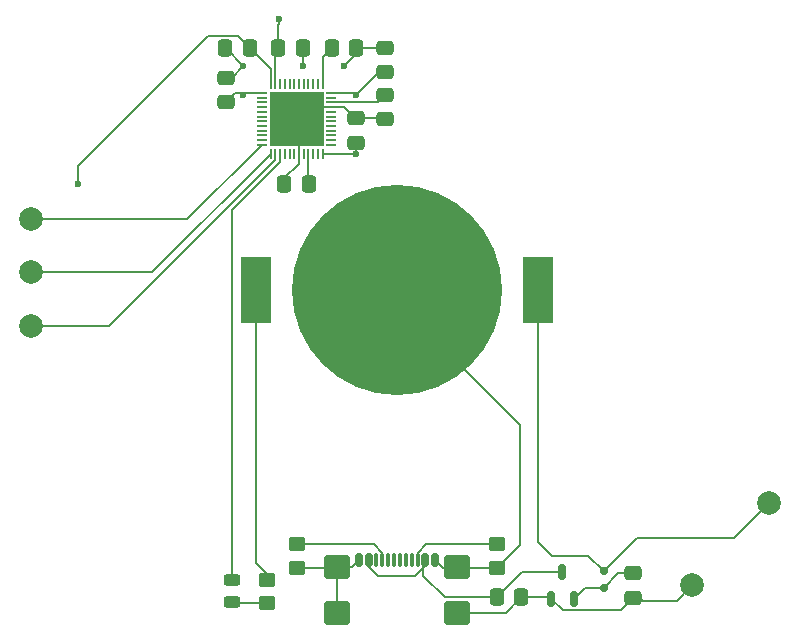
<source format=gbr>
%TF.GenerationSoftware,KiCad,Pcbnew,8.0.3-8.0.3-0~ubuntu24.04.1*%
%TF.CreationDate,2024-06-13T22:02:11+05:00*%
%TF.ProjectId,solartap_mcu_clear,736f6c61-7274-4617-905f-6d63755f636c,rev?*%
%TF.SameCoordinates,Original*%
%TF.FileFunction,Copper,L1,Top*%
%TF.FilePolarity,Positive*%
%FSLAX46Y46*%
G04 Gerber Fmt 4.6, Leading zero omitted, Abs format (unit mm)*
G04 Created by KiCad (PCBNEW 8.0.3-8.0.3-0~ubuntu24.04.1) date 2024-06-13 22:02:11*
%MOMM*%
%LPD*%
G01*
G04 APERTURE LIST*
G04 Aperture macros list*
%AMRoundRect*
0 Rectangle with rounded corners*
0 $1 Rounding radius*
0 $2 $3 $4 $5 $6 $7 $8 $9 X,Y pos of 4 corners*
0 Add a 4 corners polygon primitive as box body*
4,1,4,$2,$3,$4,$5,$6,$7,$8,$9,$2,$3,0*
0 Add four circle primitives for the rounded corners*
1,1,$1+$1,$2,$3*
1,1,$1+$1,$4,$5*
1,1,$1+$1,$6,$7*
1,1,$1+$1,$8,$9*
0 Add four rect primitives between the rounded corners*
20,1,$1+$1,$2,$3,$4,$5,0*
20,1,$1+$1,$4,$5,$6,$7,0*
20,1,$1+$1,$6,$7,$8,$9,0*
20,1,$1+$1,$8,$9,$2,$3,0*%
G04 Aperture macros list end*
%TA.AperFunction,SMDPad,CuDef*%
%ADD10C,2.000000*%
%TD*%
%TA.AperFunction,SMDPad,CuDef*%
%ADD11RoundRect,0.250000X0.475000X-0.337500X0.475000X0.337500X-0.475000X0.337500X-0.475000X-0.337500X0*%
%TD*%
%TA.AperFunction,SMDPad,CuDef*%
%ADD12RoundRect,0.250000X-0.475000X0.337500X-0.475000X-0.337500X0.475000X-0.337500X0.475000X0.337500X0*%
%TD*%
%TA.AperFunction,SMDPad,CuDef*%
%ADD13R,2.600000X5.560000*%
%TD*%
%TA.AperFunction,SMDPad,CuDef*%
%ADD14C,17.800000*%
%TD*%
%TA.AperFunction,SMDPad,CuDef*%
%ADD15RoundRect,0.250000X0.450000X-0.350000X0.450000X0.350000X-0.450000X0.350000X-0.450000X-0.350000X0*%
%TD*%
%TA.AperFunction,SMDPad,CuDef*%
%ADD16RoundRect,0.250000X-0.337500X-0.475000X0.337500X-0.475000X0.337500X0.475000X-0.337500X0.475000X0*%
%TD*%
%TA.AperFunction,SMDPad,CuDef*%
%ADD17RoundRect,0.250000X-0.840000X-0.750000X0.840000X-0.750000X0.840000X0.750000X-0.840000X0.750000X0*%
%TD*%
%TA.AperFunction,SMDPad,CuDef*%
%ADD18RoundRect,0.150000X-0.150000X-0.425000X0.150000X-0.425000X0.150000X0.425000X-0.150000X0.425000X0*%
%TD*%
%TA.AperFunction,SMDPad,CuDef*%
%ADD19RoundRect,0.075000X-0.075000X-0.500000X0.075000X-0.500000X0.075000X0.500000X-0.075000X0.500000X0*%
%TD*%
%TA.AperFunction,SMDPad,CuDef*%
%ADD20RoundRect,0.243750X-0.456250X0.243750X-0.456250X-0.243750X0.456250X-0.243750X0.456250X0.243750X0*%
%TD*%
%TA.AperFunction,HeatsinkPad*%
%ADD21R,4.600000X4.600000*%
%TD*%
%TA.AperFunction,SMDPad,CuDef*%
%ADD22RoundRect,0.050000X-0.350000X0.050000X-0.350000X-0.050000X0.350000X-0.050000X0.350000X0.050000X0*%
%TD*%
%TA.AperFunction,SMDPad,CuDef*%
%ADD23RoundRect,0.050000X-0.050000X0.350000X-0.050000X-0.350000X0.050000X-0.350000X0.050000X0.350000X0*%
%TD*%
%TA.AperFunction,SMDPad,CuDef*%
%ADD24RoundRect,0.250000X0.337500X0.475000X-0.337500X0.475000X-0.337500X-0.475000X0.337500X-0.475000X0*%
%TD*%
%TA.AperFunction,SMDPad,CuDef*%
%ADD25RoundRect,0.150000X0.150000X-0.512500X0.150000X0.512500X-0.150000X0.512500X-0.150000X-0.512500X0*%
%TD*%
%TA.AperFunction,SMDPad,CuDef*%
%ADD26RoundRect,0.150000X0.200000X-0.150000X0.200000X0.150000X-0.200000X0.150000X-0.200000X-0.150000X0*%
%TD*%
%TA.AperFunction,SMDPad,CuDef*%
%ADD27RoundRect,0.250000X-0.450000X0.350000X-0.450000X-0.350000X0.450000X-0.350000X0.450000X0.350000X0*%
%TD*%
%TA.AperFunction,ViaPad*%
%ADD28C,0.600000*%
%TD*%
%TA.AperFunction,Conductor*%
%ADD29C,0.200000*%
%TD*%
G04 APERTURE END LIST*
D10*
%TO.P,TP5,1,1*%
%TO.N,+3.3V*%
X126500000Y-99500000D03*
%TD*%
%TO.P,TP3,1,1*%
%TO.N,Net-(U1-SWDIO)*%
X64000000Y-84500000D03*
%TD*%
%TO.P,TP2,1,1*%
%TO.N,Net-(U1-SWDCLK)*%
X64000000Y-80000000D03*
%TD*%
%TO.P,TP1,1,1*%
%TO.N,Net-(U1-P0.21{slash}~{RESET})*%
X64000000Y-75500000D03*
%TD*%
D11*
%TO.P,C5,2*%
%TO.N,GND*%
X94000000Y-60962500D03*
%TO.P,C5,1*%
%TO.N,+3.3V*%
X94000000Y-63037500D03*
%TD*%
%TO.P,C4,2*%
%TO.N,GND*%
X80500000Y-63492500D03*
%TO.P,C4,1*%
%TO.N,+3.3V*%
X80500000Y-65567500D03*
%TD*%
D12*
%TO.P,C3,2*%
%TO.N,GND*%
X94000000Y-67037500D03*
%TO.P,C3,1*%
%TO.N,Net-(U1-DEC4)*%
X94000000Y-64962500D03*
%TD*%
D13*
%TO.P,BT1,1,+*%
%TO.N,+3.3V*%
X83095000Y-81500000D03*
X106905000Y-81500000D03*
D14*
%TO.P,BT1,2,-*%
%TO.N,GND*%
X95000000Y-81500000D03*
%TD*%
D15*
%TO.P,R1,1*%
%TO.N,Net-(D1-A)*%
X84000000Y-108000000D03*
%TO.P,R1,2*%
%TO.N,+3.3V*%
X84000000Y-106000000D03*
%TD*%
D16*
%TO.P,C10,2*%
%TO.N,Net-(U1-NFC1{slash}P0.09)*%
X82537500Y-61030000D03*
%TO.P,C10,1*%
%TO.N,GND*%
X80462500Y-61030000D03*
%TD*%
D17*
%TO.P,J1,S1,SHIELD*%
%TO.N,GND*%
X100110000Y-108825000D03*
X100110000Y-104895000D03*
X89890000Y-108825000D03*
X89890000Y-104895000D03*
D18*
%TO.P,J1,B12,GND*%
X91800000Y-104320000D03*
%TO.P,J1,B9,VBUS*%
%TO.N,Net-(U2-IN)*%
X92600000Y-104320000D03*
D19*
%TO.P,J1,B8,SBU2*%
%TO.N,unconnected-(J1-SBU2-PadB8)*%
X93250000Y-104320000D03*
%TO.P,J1,B7,D-*%
%TO.N,unconnected-(J1-D--PadB7)*%
X94250000Y-104320000D03*
%TO.P,J1,B6,D+*%
%TO.N,unconnected-(J1-D+-PadB6)*%
X95750000Y-104320000D03*
%TO.P,J1,B5,CC2*%
%TO.N,Net-(J1-CC2)*%
X96750000Y-104320000D03*
D18*
%TO.P,J1,B4,VBUS*%
%TO.N,Net-(U2-IN)*%
X97400000Y-104320000D03*
%TO.P,J1,B1,GND*%
%TO.N,GND*%
X98200000Y-104320000D03*
%TO.P,J1,A12,GND*%
X98200000Y-104320000D03*
%TO.P,J1,A9,VBUS*%
%TO.N,Net-(U2-IN)*%
X97400000Y-104320000D03*
D19*
%TO.P,J1,A8,SBU1*%
%TO.N,unconnected-(J1-SBU1-PadA8)*%
X96250000Y-104320000D03*
%TO.P,J1,A7,D-*%
%TO.N,unconnected-(J1-D--PadA7)*%
X95250000Y-104320000D03*
%TO.P,J1,A6,D+*%
%TO.N,unconnected-(J1-D+-PadA6)*%
X94750000Y-104320000D03*
%TO.P,J1,A5,CC1*%
%TO.N,Net-(J1-CC1)*%
X93750000Y-104320000D03*
D18*
%TO.P,J1,A4,VBUS*%
%TO.N,Net-(U2-IN)*%
X92600000Y-104320000D03*
%TO.P,J1,A1,GND*%
%TO.N,GND*%
X91800000Y-104320000D03*
%TD*%
D20*
%TO.P,D1,1,K*%
%TO.N,Net-(D1-K)*%
X81000000Y-106062500D03*
%TO.P,D1,2,A*%
%TO.N,Net-(D1-A)*%
X81000000Y-107937500D03*
%TD*%
D21*
%TO.P,U1,49,VSS*%
%TO.N,GND*%
X86500000Y-67000000D03*
D22*
%TO.P,U1,48,VDD*%
%TO.N,+3.3V*%
X89450000Y-64800000D03*
%TO.P,U1,47,DCC*%
%TO.N,unconnected-(U1-DCC-Pad47)*%
X89450000Y-65200000D03*
%TO.P,U1,46,DEC4*%
%TO.N,Net-(U1-DEC4)*%
X89450000Y-65600000D03*
%TO.P,U1,45,VSS*%
%TO.N,GND*%
X89450000Y-66000000D03*
%TO.P,U1,44,NC*%
%TO.N,unconnected-(U1-NC-Pad44)*%
X89450000Y-66400000D03*
%TO.P,U1,43,P0.31/AIN7*%
%TO.N,unconnected-(U1-P0.31{slash}AIN7-Pad43)*%
X89450000Y-66800000D03*
%TO.P,U1,42,P0.30/AIN6*%
%TO.N,unconnected-(U1-P0.30{slash}AIN6-Pad42)*%
X89450000Y-67200000D03*
%TO.P,U1,41,P0.29/AIN5*%
%TO.N,unconnected-(U1-P0.29{slash}AIN5-Pad41)*%
X89450000Y-67600000D03*
%TO.P,U1,40,P0.28/AIN4*%
%TO.N,unconnected-(U1-P0.28{slash}AIN4-Pad40)*%
X89450000Y-68000000D03*
%TO.P,U1,39,P0.27*%
%TO.N,unconnected-(U1-P0.27-Pad39)*%
X89450000Y-68400000D03*
%TO.P,U1,38,P0.26*%
%TO.N,unconnected-(U1-P0.26-Pad38)*%
X89450000Y-68800000D03*
%TO.P,U1,37,P0.25*%
%TO.N,unconnected-(U1-P0.25-Pad37)*%
X89450000Y-69200000D03*
D23*
%TO.P,U1,36,VDD*%
%TO.N,+3.3V*%
X88700000Y-69950000D03*
%TO.P,U1,35,XC2*%
%TO.N,unconnected-(U1-XC2-Pad35)*%
X88300000Y-69950000D03*
%TO.P,U1,34,XC1*%
%TO.N,unconnected-(U1-XC1-Pad34)*%
X87900000Y-69950000D03*
%TO.P,U1,33,DEC3*%
%TO.N,Net-(U1-DEC3)*%
X87500000Y-69950000D03*
%TO.P,U1,32,DEC2*%
%TO.N,unconnected-(U1-DEC2-Pad32)*%
X87100000Y-69950000D03*
%TO.P,U1,31,VSS*%
%TO.N,GND*%
X86700000Y-69950000D03*
%TO.P,U1,30,ANT*%
%TO.N,unconnected-(U1-ANT-Pad30)*%
X86300000Y-69950000D03*
%TO.P,U1,29,P0.24*%
%TO.N,unconnected-(U1-P0.24-Pad29)*%
X85900000Y-69950000D03*
%TO.P,U1,28,P0.23*%
%TO.N,unconnected-(U1-P0.23-Pad28)*%
X85500000Y-69950000D03*
%TO.P,U1,27,P0.22*%
%TO.N,Net-(D1-K)*%
X85100000Y-69950000D03*
%TO.P,U1,26,SWDIO*%
%TO.N,Net-(U1-SWDIO)*%
X84700000Y-69950000D03*
%TO.P,U1,25,SWDCLK*%
%TO.N,Net-(U1-SWDCLK)*%
X84300000Y-69950000D03*
D22*
%TO.P,U1,24,P0.21/~{RESET}*%
%TO.N,Net-(U1-P0.21{slash}~{RESET})*%
X83550000Y-69200000D03*
%TO.P,U1,23,P0.20*%
%TO.N,unconnected-(U1-P0.20-Pad23)*%
X83550000Y-68800000D03*
%TO.P,U1,22,P0.19*%
%TO.N,unconnected-(U1-P0.19-Pad22)*%
X83550000Y-68400000D03*
%TO.P,U1,21,P0.18/SWO*%
%TO.N,unconnected-(U1-P0.18{slash}SWO-Pad21)*%
X83550000Y-68000000D03*
%TO.P,U1,20,P0.17*%
%TO.N,unconnected-(U1-P0.17-Pad20)*%
X83550000Y-67600000D03*
%TO.P,U1,19,P0.16*%
%TO.N,unconnected-(U1-P0.16-Pad19)*%
X83550000Y-67200000D03*
%TO.P,U1,18,P0.15*%
%TO.N,unconnected-(U1-P0.15-Pad18)*%
X83550000Y-66800000D03*
%TO.P,U1,17,P0.14*%
%TO.N,unconnected-(U1-P0.14-Pad17)*%
X83550000Y-66400000D03*
%TO.P,U1,16,P0.13*%
%TO.N,unconnected-(U1-P0.13-Pad16)*%
X83550000Y-66000000D03*
%TO.P,U1,15,P0.12*%
%TO.N,unconnected-(U1-P0.12-Pad15)*%
X83550000Y-65600000D03*
%TO.P,U1,14,P0.11*%
%TO.N,unconnected-(U1-P0.11-Pad14)*%
X83550000Y-65200000D03*
%TO.P,U1,13,VDD*%
%TO.N,+3.3V*%
X83550000Y-64800000D03*
D23*
%TO.P,U1,12,NFC2/P0.10*%
%TO.N,Net-(U1-NFC1{slash}P0.09)*%
X84300000Y-64050000D03*
%TO.P,U1,11,NFC1/P0.09*%
X84700000Y-64050000D03*
%TO.P,U1,10,P0.08*%
%TO.N,unconnected-(U1-P0.08-Pad10)*%
X85100000Y-64050000D03*
%TO.P,U1,9,P0.07*%
%TO.N,unconnected-(U1-P0.07-Pad9)*%
X85500000Y-64050000D03*
%TO.P,U1,8,P0.06*%
%TO.N,unconnected-(U1-P0.06-Pad8)*%
X85900000Y-64050000D03*
%TO.P,U1,7,P0.05/AIN3*%
%TO.N,unconnected-(U1-P0.05{slash}AIN3-Pad7)*%
X86300000Y-64050000D03*
%TO.P,U1,6,P0.04/AIN2*%
%TO.N,unconnected-(U1-P0.04{slash}AIN2-Pad6)*%
X86700000Y-64050000D03*
%TO.P,U1,5,P0.03/AIN1*%
%TO.N,unconnected-(U1-P0.03{slash}AIN1-Pad5)*%
X87100000Y-64050000D03*
%TO.P,U1,4,P0.02/AIN0*%
%TO.N,unconnected-(U1-P0.02{slash}AIN0-Pad4)*%
X87500000Y-64050000D03*
%TO.P,U1,3,P0.01/XL2*%
%TO.N,unconnected-(U1-P0.01{slash}XL2-Pad3)*%
X87900000Y-64050000D03*
%TO.P,U1,2,P0.00/XL1*%
%TO.N,unconnected-(U1-P0.00{slash}XL1-Pad2)*%
X88300000Y-64050000D03*
%TO.P,U1,1,DEC1*%
%TO.N,Net-(U1-DEC1)*%
X88700000Y-64050000D03*
%TD*%
D11*
%TO.P,C6,2*%
%TO.N,GND*%
X91500000Y-66962500D03*
%TO.P,C6,1*%
%TO.N,+3.3V*%
X91500000Y-69037500D03*
%TD*%
D24*
%TO.P,C2,2*%
%TO.N,GND*%
X85462500Y-72500000D03*
%TO.P,C2,1*%
%TO.N,Net-(U1-DEC3)*%
X87537500Y-72500000D03*
%TD*%
D15*
%TO.P,R2,1*%
%TO.N,GND*%
X86500000Y-105000000D03*
%TO.P,R2,2*%
%TO.N,Net-(J1-CC1)*%
X86500000Y-103000000D03*
%TD*%
D25*
%TO.P,U2,1,GND*%
%TO.N,GND*%
X108050000Y-107637500D03*
%TO.P,U2,2,OUT*%
%TO.N,Net-(D2-A)*%
X109950000Y-107637500D03*
%TO.P,U2,3,IN*%
%TO.N,Net-(U2-IN)*%
X109000000Y-105362500D03*
%TD*%
D26*
%TO.P,D2,1,K*%
%TO.N,+3.3V*%
X112500000Y-105300000D03*
%TO.P,D2,2,A*%
%TO.N,Net-(D2-A)*%
X112500000Y-106700000D03*
%TD*%
D27*
%TO.P,R3,1*%
%TO.N,Net-(J1-CC2)*%
X103500000Y-103000000D03*
%TO.P,R3,2*%
%TO.N,GND*%
X103500000Y-105000000D03*
%TD*%
D16*
%TO.P,C1,2*%
%TO.N,GND*%
X91537500Y-61000000D03*
%TO.P,C1,1*%
%TO.N,Net-(U1-DEC1)*%
X89462500Y-61000000D03*
%TD*%
%TO.P,C11,1*%
%TO.N,Net-(U1-NFC1{slash}P0.09)*%
X84962500Y-61030000D03*
%TO.P,C11,2*%
%TO.N,GND*%
X87037500Y-61030000D03*
%TD*%
D12*
%TO.P,C13,1*%
%TO.N,Net-(D2-A)*%
X115000000Y-105462500D03*
%TO.P,C13,2*%
%TO.N,GND*%
X115000000Y-107537500D03*
%TD*%
D16*
%TO.P,C12,1*%
%TO.N,Net-(U2-IN)*%
X103462500Y-107500000D03*
%TO.P,C12,2*%
%TO.N,GND*%
X105537500Y-107500000D03*
%TD*%
D10*
%TO.P,TP6,1,1*%
%TO.N,GND*%
X120000000Y-106500000D03*
%TD*%
D28*
%TO.N,+3.3V*%
X82000000Y-65000000D03*
X91500000Y-70000000D03*
X91500000Y-65000000D03*
X83000000Y-80500000D03*
X107000000Y-80500000D03*
%TO.N,GND*%
X88000000Y-65500000D03*
X100000000Y-105000000D03*
X92000000Y-75000000D03*
X88000000Y-68500000D03*
X100000000Y-109000000D03*
X87000000Y-62500000D03*
X90500000Y-62500000D03*
X85000000Y-65500000D03*
X82000000Y-62500000D03*
%TO.N,Net-(U1-NFC1{slash}P0.09)*%
X85000000Y-58500000D03*
X68000000Y-72500000D03*
%TD*%
D29*
%TO.N,+3.3V*%
X91500000Y-70000000D02*
X91500000Y-69037500D01*
%TO.N,GND*%
X91500000Y-66962500D02*
X93925000Y-66962500D01*
X93925000Y-66962500D02*
X94000000Y-67037500D01*
X89450000Y-66000000D02*
X90537500Y-66000000D01*
X90537500Y-66000000D02*
X91500000Y-66962500D01*
%TO.N,Net-(U1-DEC4)*%
X89450000Y-65600000D02*
X93362500Y-65600000D01*
X93362500Y-65600000D02*
X94000000Y-64962500D01*
%TO.N,GND*%
X115000000Y-107537500D02*
X115537500Y-107537500D01*
X115537500Y-107537500D02*
X115800000Y-107800000D01*
X115800000Y-107800000D02*
X118700000Y-107800000D01*
X118700000Y-107800000D02*
X120000000Y-106500000D01*
%TO.N,+3.3V*%
X106905000Y-82500000D02*
X106905000Y-102805000D01*
X106905000Y-102805000D02*
X108100000Y-104000000D01*
X111200000Y-104000000D02*
X112500000Y-105300000D01*
X108100000Y-104000000D02*
X111200000Y-104000000D01*
X91500000Y-65000000D02*
X93462500Y-63037500D01*
X93462500Y-63037500D02*
X94000000Y-63037500D01*
X91500000Y-65000000D02*
X91300000Y-64800000D01*
X91300000Y-64800000D02*
X89450000Y-64800000D01*
X81800000Y-64800000D02*
X81267500Y-64800000D01*
X83550000Y-64800000D02*
X82200000Y-64800000D01*
X83095000Y-104595000D02*
X83095000Y-82500000D01*
X81267500Y-64800000D02*
X80500000Y-65567500D01*
X91450000Y-69950000D02*
X91500000Y-70000000D01*
X91500000Y-70000000D02*
X91550000Y-69950000D01*
X82000000Y-65000000D02*
X81800000Y-64800000D01*
X126500000Y-99500000D02*
X123500000Y-102500000D01*
X82200000Y-64800000D02*
X82000000Y-65000000D01*
X84000000Y-105500000D02*
X83095000Y-104595000D01*
X115300000Y-102500000D02*
X112500000Y-105300000D01*
X88700000Y-69950000D02*
X91450000Y-69950000D01*
X84000000Y-106000000D02*
X84000000Y-105500000D01*
X123500000Y-102500000D02*
X115300000Y-102500000D01*
%TO.N,GND*%
X91537500Y-61462500D02*
X90500000Y-62500000D01*
X99535000Y-104320000D02*
X100000000Y-105000000D01*
X100215000Y-105000000D02*
X100110000Y-104895000D01*
X103500000Y-105000000D02*
X100215000Y-105000000D01*
X113937500Y-108600000D02*
X115000000Y-107537500D01*
X82000000Y-62500000D02*
X80530000Y-61030000D01*
X105537500Y-107500000D02*
X107912500Y-107500000D01*
X86700000Y-70800000D02*
X85462500Y-72037500D01*
X95000000Y-82500000D02*
X105434314Y-92934314D01*
X91225000Y-104895000D02*
X91800000Y-104320000D01*
X89785000Y-105000000D02*
X89890000Y-104895000D01*
X80530000Y-61030000D02*
X80462500Y-61030000D01*
X87500000Y-66000000D02*
X86500000Y-67000000D01*
X91537500Y-61000000D02*
X91537500Y-61462500D01*
X107912500Y-107500000D02*
X108050000Y-107637500D01*
X86500000Y-105000000D02*
X89785000Y-105000000D01*
X109012500Y-108600000D02*
X113937500Y-108600000D01*
X98200000Y-104320000D02*
X98880000Y-105000000D01*
X98880000Y-105000000D02*
X100000000Y-105000000D01*
X89890000Y-104895000D02*
X91225000Y-104895000D01*
X104212500Y-108825000D02*
X105537500Y-107500000D01*
X93962500Y-61000000D02*
X94000000Y-60962500D01*
X87000000Y-62500000D02*
X87037500Y-62462500D01*
X100110000Y-108825000D02*
X104212500Y-108825000D01*
X105434314Y-92934314D02*
X105434314Y-103065686D01*
X89450000Y-66000000D02*
X87500000Y-66000000D01*
X108050000Y-107637500D02*
X109012500Y-108600000D01*
X91537500Y-61000000D02*
X91500000Y-61000000D01*
X80500000Y-63492500D02*
X81007500Y-63492500D01*
X89890000Y-108825000D02*
X89890000Y-104895000D01*
X85462500Y-72037500D02*
X85462500Y-73000000D01*
X91500000Y-61000000D02*
X93962500Y-61000000D01*
X87037500Y-62462500D02*
X87037500Y-61030000D01*
X100000000Y-109000000D02*
X100110000Y-108825000D01*
X86700000Y-69950000D02*
X86700000Y-67200000D01*
X105434314Y-103065686D02*
X103500000Y-105000000D01*
X86700000Y-67200000D02*
X86500000Y-67000000D01*
X85537500Y-73075000D02*
X85462500Y-73000000D01*
X100000000Y-105000000D02*
X100110000Y-104895000D01*
%TO.N,Net-(U1-DEC1)*%
X88700000Y-61762500D02*
X89462500Y-61000000D01*
X88700000Y-64050000D02*
X88700000Y-61762500D01*
%TO.N,Net-(U1-NFC1{slash}P0.09)*%
X85000000Y-58500000D02*
X85000000Y-59000000D01*
X68000000Y-72500000D02*
X68000000Y-71000000D01*
X78995000Y-60005000D02*
X81512500Y-60005000D01*
X68000000Y-71000000D02*
X78995000Y-60005000D01*
X84300000Y-64050000D02*
X84300000Y-62792500D01*
X84700000Y-61725000D02*
X84700000Y-64050000D01*
X84962500Y-61030000D02*
X84962500Y-61462500D01*
X81512500Y-60005000D02*
X82537500Y-61030000D01*
X84962500Y-61462500D02*
X84700000Y-61725000D01*
X84962500Y-59037500D02*
X84962500Y-61030000D01*
X84300000Y-62792500D02*
X82537500Y-61030000D01*
X85000000Y-59000000D02*
X84962500Y-59037500D01*
%TO.N,Net-(U2-IN)*%
X103462500Y-107500000D02*
X99040406Y-107500000D01*
X92600000Y-104894999D02*
X93379595Y-105674594D01*
X92600000Y-104320000D02*
X92600000Y-104894999D01*
X99040406Y-107500000D02*
X97215000Y-105674594D01*
X97215000Y-105674594D02*
X97215000Y-104505000D01*
X105600000Y-105362500D02*
X103462500Y-107500000D01*
X109000000Y-105362500D02*
X105600000Y-105362500D01*
X97215000Y-104505000D02*
X97400000Y-104320000D01*
X97400000Y-104815000D02*
X97400000Y-104320000D01*
X96540406Y-105674594D02*
X97400000Y-104815000D01*
X93379595Y-105674594D02*
X96540406Y-105674594D01*
%TO.N,Net-(D2-A)*%
X110887500Y-106700000D02*
X112500000Y-106700000D01*
X109950000Y-107637500D02*
X110887500Y-106700000D01*
X113737500Y-105462500D02*
X112500000Y-106700000D01*
X115000000Y-105462500D02*
X113737500Y-105462500D01*
%TO.N,Net-(D1-K)*%
X85100000Y-69950000D02*
X85100000Y-70612046D01*
X81000000Y-74712046D02*
X81000000Y-106062500D01*
X85100000Y-70612046D02*
X81000000Y-74712046D01*
%TO.N,Net-(D1-A)*%
X81500000Y-108000000D02*
X84000000Y-108000000D01*
X81437500Y-107937500D02*
X81500000Y-108000000D01*
X81000000Y-107937500D02*
X81437500Y-107937500D01*
X80937500Y-108000000D02*
X81000000Y-107937500D01*
%TO.N,Net-(J1-CC1)*%
X93037410Y-103000000D02*
X93750000Y-103712590D01*
X86500000Y-103000000D02*
X93037410Y-103000000D01*
X93750000Y-103712590D02*
X93750000Y-104320000D01*
%TO.N,Net-(J1-CC2)*%
X97495001Y-103000000D02*
X96750000Y-103745001D01*
X96750000Y-103745001D02*
X96750000Y-104320000D01*
X103500000Y-103000000D02*
X97495001Y-103000000D01*
%TO.N,Net-(U1-P0.21{slash}~{RESET})*%
X83550000Y-69200000D02*
X77250000Y-75500000D01*
X77250000Y-75500000D02*
X64000000Y-75500000D01*
%TO.N,Net-(U1-SWDCLK)*%
X84300000Y-69950000D02*
X74250000Y-80000000D01*
X74250000Y-80000000D02*
X64000000Y-80000000D01*
%TO.N,Net-(U1-SWDIO)*%
X84700000Y-70446360D02*
X70646360Y-84500000D01*
X84700000Y-69950000D02*
X84700000Y-70446360D01*
X70646360Y-84500000D02*
X64000000Y-84500000D01*
%TO.N,GND*%
X86700000Y-69950000D02*
X86700000Y-70800000D01*
X81007500Y-63492500D02*
X82000000Y-62500000D01*
%TO.N,Net-(U1-DEC3)*%
X87500000Y-69950000D02*
X87500000Y-72962500D01*
X87500000Y-72962500D02*
X87537500Y-73000000D01*
%TD*%
M02*

</source>
